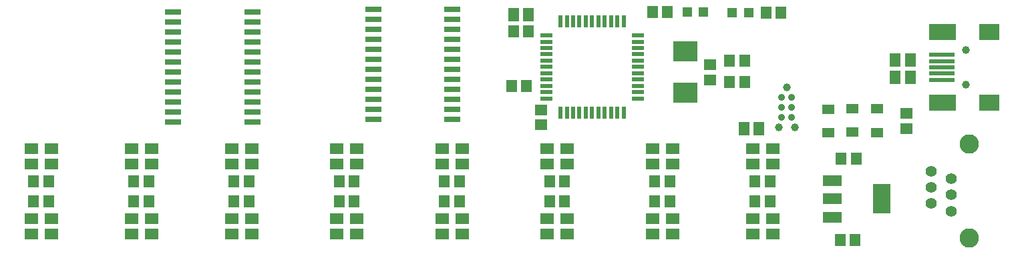
<source format=gts>
G75*
%MOIN*%
%OFA0B0*%
%FSLAX25Y25*%
%IPPOS*%
%LPD*%
%AMOC8*
5,1,8,0,0,1.08239X$1,22.5*
%
%ADD10C,0.03500*%
%ADD11C,0.03900*%
%ADD12R,0.05912X0.05124*%
%ADD13R,0.10243X0.08274*%
%ADD14R,0.13392X0.08274*%
%ADD15R,0.12605X0.02369*%
%ADD16C,0.03943*%
%ADD17R,0.05518X0.06699*%
%ADD18R,0.06306X0.05518*%
%ADD19R,0.05518X0.06306*%
%ADD20C,0.05518*%
%ADD21C,0.09691*%
%ADD22R,0.02369X0.06306*%
%ADD23R,0.06306X0.02369*%
%ADD24R,0.12211X0.10243*%
%ADD25R,0.05124X0.05124*%
%ADD26R,0.09200X0.05200*%
%ADD27R,0.09061X0.14573*%
%ADD28R,0.08400X0.03000*%
%ADD29R,0.06699X0.05518*%
D10*
X0387258Y0096346D03*
X0392258Y0096346D03*
X0392258Y0101346D03*
X0387258Y0101346D03*
X0387258Y0106346D03*
X0392258Y0106346D03*
D11*
X0389758Y0111346D03*
X0393758Y0091346D03*
X0385758Y0091346D03*
D12*
X0410408Y0088792D03*
X0422647Y0089032D03*
X0434651Y0088875D03*
X0434651Y0100686D03*
X0422647Y0100843D03*
X0410408Y0100603D03*
D13*
X0490856Y0103994D03*
X0490856Y0139033D03*
D14*
X0467627Y0139033D03*
X0467627Y0103994D03*
D15*
X0467234Y0115214D03*
X0467234Y0118364D03*
X0467234Y0121513D03*
X0467234Y0124663D03*
X0467234Y0127812D03*
D16*
X0479045Y0130175D03*
X0479045Y0112852D03*
D17*
X0451352Y0116529D03*
X0443871Y0116529D03*
X0443927Y0125025D03*
X0451407Y0125025D03*
X0375865Y0090939D03*
X0368384Y0090939D03*
X0260973Y0147923D03*
X0253492Y0147923D03*
D18*
X0351521Y0122755D03*
X0351521Y0115275D03*
X0267118Y0100315D03*
X0267118Y0092834D03*
X0449332Y0090928D03*
X0449332Y0098408D03*
D19*
X0424351Y0075674D03*
X0416870Y0075674D03*
X0381407Y0064525D03*
X0373927Y0064525D03*
X0373927Y0054525D03*
X0381407Y0054525D03*
X0331407Y0054525D03*
X0323927Y0054525D03*
X0323927Y0064525D03*
X0331407Y0064525D03*
X0278907Y0064525D03*
X0271427Y0064525D03*
X0271427Y0054525D03*
X0278907Y0054525D03*
X0226407Y0054525D03*
X0218927Y0054525D03*
X0218927Y0064525D03*
X0226407Y0064525D03*
X0173907Y0064525D03*
X0166427Y0064525D03*
X0166427Y0054525D03*
X0173907Y0054525D03*
X0121407Y0054525D03*
X0113927Y0054525D03*
X0113927Y0064525D03*
X0121407Y0064525D03*
X0071407Y0064525D03*
X0063927Y0064525D03*
X0063927Y0054525D03*
X0071407Y0054525D03*
X0021407Y0054525D03*
X0013927Y0054525D03*
X0013927Y0064525D03*
X0021407Y0064525D03*
X0252411Y0112054D03*
X0259891Y0112054D03*
X0260913Y0139413D03*
X0253433Y0139413D03*
X0322712Y0149017D03*
X0330192Y0149017D03*
X0379346Y0148792D03*
X0386826Y0148792D03*
X0368764Y0124758D03*
X0361283Y0124758D03*
X0361234Y0114008D03*
X0368714Y0114008D03*
X0416326Y0035032D03*
X0423806Y0035032D03*
D20*
X0471721Y0049663D03*
X0461721Y0053600D03*
X0471721Y0057694D03*
X0461721Y0061631D03*
X0471721Y0065726D03*
X0461721Y0069663D03*
D21*
X0480776Y0083285D03*
X0480776Y0036041D03*
D22*
X0308350Y0098886D03*
X0305200Y0098886D03*
X0302051Y0098886D03*
X0298901Y0098886D03*
X0295751Y0098886D03*
X0292602Y0098886D03*
X0289452Y0098886D03*
X0286303Y0098886D03*
X0283153Y0098886D03*
X0280003Y0098886D03*
X0276854Y0098886D03*
X0276854Y0144555D03*
X0280003Y0144555D03*
X0283153Y0144555D03*
X0286303Y0144555D03*
X0289452Y0144555D03*
X0292602Y0144555D03*
X0295751Y0144555D03*
X0298901Y0144555D03*
X0302051Y0144555D03*
X0305200Y0144555D03*
X0308350Y0144555D03*
D23*
X0315436Y0137468D03*
X0315436Y0134319D03*
X0315436Y0131169D03*
X0315436Y0128020D03*
X0315436Y0124870D03*
X0315436Y0121720D03*
X0315436Y0118571D03*
X0315436Y0115421D03*
X0315436Y0112272D03*
X0315436Y0109122D03*
X0315436Y0105972D03*
X0269767Y0105972D03*
X0269767Y0109122D03*
X0269767Y0112272D03*
X0269767Y0115421D03*
X0269767Y0118571D03*
X0269767Y0121720D03*
X0269767Y0124870D03*
X0269767Y0128020D03*
X0269767Y0131169D03*
X0269767Y0134319D03*
X0269767Y0137468D03*
D24*
X0339094Y0129445D03*
X0339094Y0108854D03*
D25*
X0340047Y0149012D03*
X0348314Y0149012D03*
X0362620Y0148862D03*
X0370888Y0148862D03*
D26*
X0412632Y0064801D03*
X0412632Y0055701D03*
X0412632Y0046601D03*
D27*
X0437032Y0055701D03*
D28*
X0222939Y0095440D03*
X0222939Y0100440D03*
X0222939Y0105440D03*
X0222939Y0110440D03*
X0222939Y0115440D03*
X0222939Y0120440D03*
X0222939Y0125440D03*
X0222939Y0130440D03*
X0222939Y0135440D03*
X0222939Y0140440D03*
X0222939Y0145440D03*
X0222939Y0150440D03*
X0183339Y0150440D03*
X0183339Y0145440D03*
X0183339Y0140440D03*
X0183339Y0135440D03*
X0183339Y0130440D03*
X0183339Y0125440D03*
X0183339Y0120440D03*
X0183339Y0115440D03*
X0183339Y0110440D03*
X0183339Y0105440D03*
X0183339Y0100440D03*
X0183339Y0095440D03*
X0123132Y0094270D03*
X0123132Y0099270D03*
X0123132Y0104270D03*
X0123132Y0109270D03*
X0123132Y0114270D03*
X0123132Y0119270D03*
X0123132Y0124270D03*
X0123132Y0129270D03*
X0123132Y0134270D03*
X0123132Y0139270D03*
X0123132Y0144270D03*
X0123132Y0149270D03*
X0083532Y0149270D03*
X0083532Y0144270D03*
X0083532Y0139270D03*
X0083532Y0134270D03*
X0083532Y0129270D03*
X0083532Y0124270D03*
X0083532Y0119270D03*
X0083532Y0114270D03*
X0083532Y0109270D03*
X0083532Y0104270D03*
X0083532Y0099270D03*
X0083532Y0094270D03*
D29*
X0012667Y0038285D03*
X0022667Y0038285D03*
X0022667Y0045765D03*
X0012667Y0045765D03*
X0062667Y0045765D03*
X0072667Y0045765D03*
X0072667Y0038285D03*
X0062667Y0038285D03*
X0112667Y0038285D03*
X0122667Y0038285D03*
X0122667Y0045765D03*
X0112667Y0045765D03*
X0165167Y0045765D03*
X0175167Y0045765D03*
X0175167Y0038285D03*
X0165167Y0038285D03*
X0217667Y0038285D03*
X0227667Y0038285D03*
X0227667Y0045765D03*
X0217667Y0045765D03*
X0270167Y0045765D03*
X0280167Y0045765D03*
X0280167Y0038285D03*
X0270167Y0038285D03*
X0322667Y0038285D03*
X0332667Y0038285D03*
X0332667Y0045765D03*
X0322667Y0045765D03*
X0372667Y0045765D03*
X0382667Y0045765D03*
X0382667Y0038285D03*
X0372667Y0038285D03*
X0372667Y0073285D03*
X0382667Y0073285D03*
X0382667Y0080765D03*
X0372667Y0080765D03*
X0332667Y0080765D03*
X0322667Y0080765D03*
X0322667Y0073285D03*
X0332667Y0073285D03*
X0280167Y0073285D03*
X0270167Y0073285D03*
X0270167Y0080765D03*
X0280167Y0080765D03*
X0227667Y0080765D03*
X0217667Y0080765D03*
X0217667Y0073285D03*
X0227667Y0073285D03*
X0175167Y0073285D03*
X0165167Y0073285D03*
X0165167Y0080765D03*
X0175167Y0080765D03*
X0122667Y0080765D03*
X0112667Y0080765D03*
X0112667Y0073285D03*
X0122667Y0073285D03*
X0072667Y0073285D03*
X0062667Y0073285D03*
X0062667Y0080765D03*
X0072667Y0080765D03*
X0022667Y0080765D03*
X0012667Y0080765D03*
X0012667Y0073285D03*
X0022667Y0073285D03*
M02*

</source>
